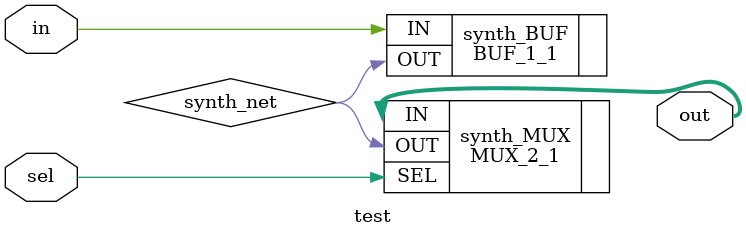
<source format=v>
module test(in, out, sel);

input wire in;
output wire [1:0]out;
input wire sel;
wire synth_net;
MUX_2_1 synth_MUX(.OUT(synth_net), .IN({out[1], out[0]}), .SEL(sel));
BUF_1_1 synth_BUF(.OUT(synth_net), .IN(in));
endmodule

</source>
